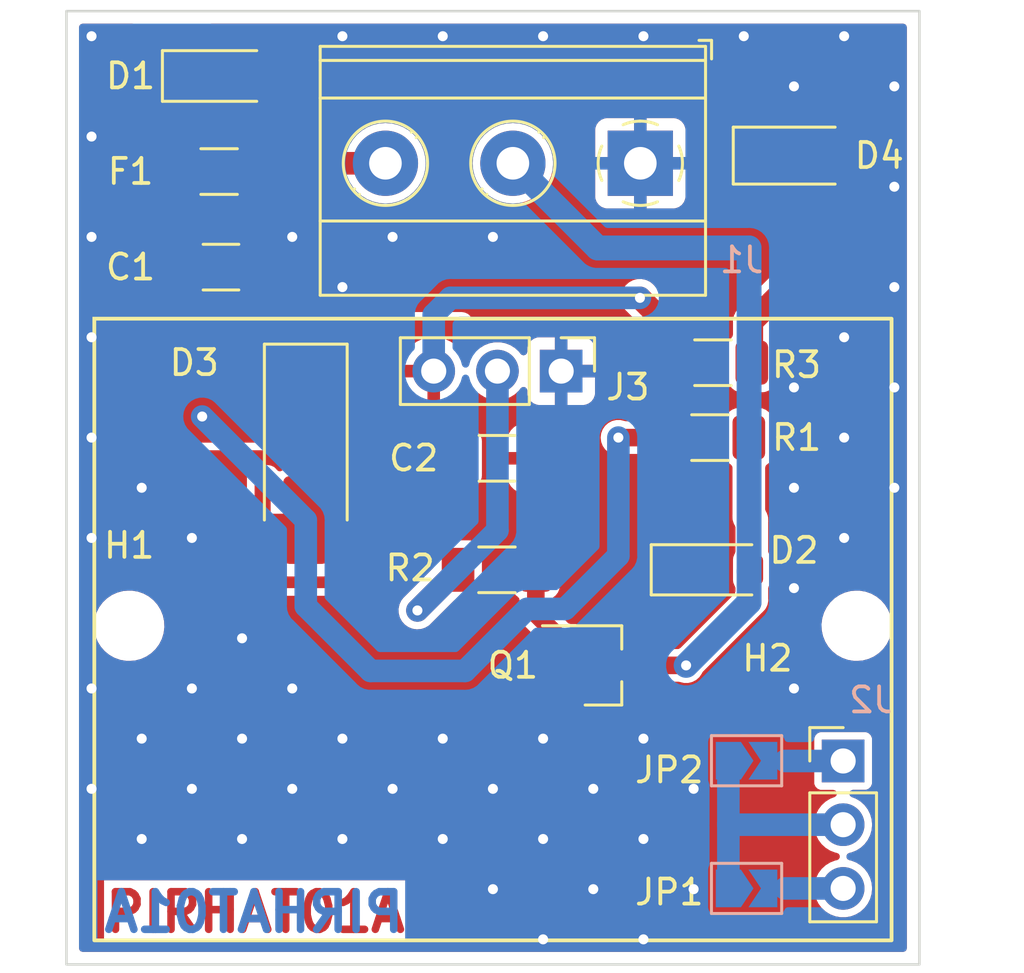
<source format=kicad_pcb>
(kicad_pcb (version 20221018) (generator pcbnew)
  (layers (0 "F.Cu" signal) (31 "B.Cu" signal) (34 "B.Paste" user) (35 "F.Paste" user) (36 "B.SilkS" user "B.Silkscreen") (37 "F.SilkS" user "F.Silkscreen") (38 "B.Mask" user) (39 "F.Mask" user) (44 "Edge.Cuts" user))
  (net 0 "")
  (net 1 "Net-(D1-A1)")
  (net 2 "GND")
  (net 3 "Net-(D3-A)")
  (net 4 "Net-(D2-A)")
  (net 5 "Net-(D4-A)")
  (net 6 "Net-(J1-Pin_3)")
  (net 7 "Net-(J2-Pin_1)")
  (net 8 "Net-(J2-Pin_2)")
  (net 9 "Net-(J2-Pin_3)")
  (net 10 "Net-(J3-Pin_2)")
  (net 11 "Net-(Q1-B)")
  (footprint "Diode_SMD:D_SOD-123" (layer "F.Cu") (at 145.67 128.27)
    (fp_text reference "D2" (at 3.33 -0.77) (layer "F.SilkS"))
    (fp_text value "1N5819HW")
    (fp_line (start -2.36 -1) (end -2.36 1) (stroke (width 0.12)) (layer "F.SilkS"))
    (fp_line (start -2.36 -1) (end 1.65 -1) (stroke (width 0.12)) (layer "F.SilkS"))
    (fp_line (start -2.36 1) (end 1.65 1) (stroke (width 0.12)) (layer "F.SilkS"))
    (pad "1" smd roundrect (at -1.65 0) (size 0.9 1.2) (layers "F.Cu" "F.Paste" "F.Mask") (net 1 "Net-(D1-A1)"))
    (pad "2" smd roundrect (at 1.65 0) (size 0.9 1.2) (layers "F.Cu" "F.Paste" "F.Mask") (net 4 "Net-(D2-A)"))
  )
  (footprint "Resistor_SMD:R_1206_3216Metric_Pad1.30x1.75mm_HandSolder" (layer "F.Cu") (at 145.65 123)
    (fp_text reference "R1" (at 3.455 0) (layer "F.SilkS"))
    (fp_text value "1k8")
    (fp_line (start -0.727064 -0.91) (end 0.727064 -0.91) (stroke (width 0.12)) (layer "F.SilkS"))
    (fp_line (start -0.727064 0.91) (end 0.727064 0.91) (stroke (width 0.12)) (layer "F.SilkS"))
    (pad "1" smd roundrect (at -1.55 0) (size 1.3 1.75) (layers "F.Cu" "F.Paste" "F.Mask") (roundrect_rratio 0.192308) (net 1 "Net-(D1-A1)"))
    (pad "2" smd roundrect (at 1.55 0) (size 1.3 1.75) (layers "F.Cu" "F.Paste" "F.Mask") (roundrect_rratio 0.192308) (net 4 "Net-(D2-A)"))
  )
  (footprint "Connector_PinHeader_2.54mm:PinHeader_1x03_P2.54mm_Vertical" (layer "F.Cu") (at 150.96 135.89)
    (fp_text reference "J2" (at 1.1 -2.43) (layer "B.SilkS") (effects (justify mirror)))
    (fp_text value "Conn_01x03")
    (fp_line (start -1.33 -1.33) (end 0 -1.33) (stroke (width 0.12)) (layer "F.SilkS"))
    (fp_line (start -1.33 0) (end -1.33 -1.33) (stroke (width 0.12)) (layer "F.SilkS"))
    (fp_line (start -1.33 1.27) (end -1.33 6.41) (stroke (width 0.12)) (layer "F.SilkS"))
    (fp_line (start -1.33 1.27) (end 1.33 1.27) (stroke (width 0.12)) (layer "F.SilkS"))
    (fp_line (start -1.33 6.41) (end 1.33 6.41) (stroke (width 0.12)) (layer "F.SilkS"))
    (fp_line (start 1.33 1.27) (end 1.33 6.41) (stroke (width 0.12)) (layer "F.SilkS"))
    (pad "1" thru_hole rect (at 0 0) (size 1.7 1.7) (drill 1) (layers "*.Cu" "*.Mask") (net 7 "Net-(J2-Pin_1)"))
    (pad "2" thru_hole oval (at 0 2.54) (size 1.7 1.7) (drill 1) (layers "*.Cu" "*.Mask") (net 8 "Net-(J2-Pin_2)"))
    (pad "3" thru_hole oval (at 0 5.08) (size 1.7 1.7) (drill 1) (layers "*.Cu" "*.Mask") (net 9 "Net-(J2-Pin_3)"))
  )
  (footprint "LED_SMD:LED_1206_3216Metric_Pad1.42x1.75mm_HandSolder" (layer "F.Cu") (at 149.04 111.76)
    (fp_text reference "D4" (at 3.36 0) (layer "F.SilkS"))
    (fp_text value "LED")
    (fp_line (start -2.46 -1.135) (end -2.46 1.135) (stroke (width 0.12)) (layer "F.SilkS"))
    (fp_line (start -2.46 1.135) (end 1.6 1.135) (stroke (width 0.12)) (layer "F.SilkS"))
    (fp_line (start 1.6 -1.135) (end -2.46 -1.135) (stroke (width 0.12)) (layer "F.SilkS"))
    (pad "1" smd roundrect (at -1.4875 0) (size 1.425 1.75) (layers "F.Cu" "F.Paste" "F.Mask") (roundrect_rratio 0.175439) (net 2 "GND"))
    (pad "2" smd roundrect (at 1.4875 0) (size 1.425 1.75) (layers "F.Cu" "F.Paste" "F.Mask") (roundrect_rratio 0.175439) (net 5 "Net-(D4-A)"))
  )
  (footprint "Connector_PinHeader_2.54mm:PinHeader_1x03_P2.54mm_Vertical" (layer "F.Cu") (at 139.72 120.35 -90)
    (fp_text reference "J3" (at 0.64 -2.66) (layer "F.SilkS"))
    (fp_text value "Conn_01x03")
    (fp_line (start -1.33 -1.33) (end 0 -1.33) (stroke (width 0.12)) (layer "F.SilkS"))
    (fp_line (start -1.33 0) (end -1.33 -1.33) (stroke (width 0.12)) (layer "F.SilkS"))
    (fp_line (start -1.33 1.27) (end -1.33 6.41) (stroke (width 0.12)) (layer "F.SilkS"))
    (fp_line (start -1.33 1.27) (end 1.33 1.27) (stroke (width 0.12)) (layer "F.SilkS"))
    (fp_line (start -1.33 6.41) (end 1.33 6.41) (stroke (width 0.12)) (layer "F.SilkS"))
    (fp_line (start 1.33 1.27) (end 1.33 6.41) (stroke (width 0.12)) (layer "F.SilkS"))
    (pad "1" thru_hole rect (at 0 0 270) (size 1.7 1.7) (drill 1) (layers "*.Cu" "*.Mask") (net 2 "GND"))
    (pad "2" thru_hole oval (at 0 2.54 270) (size 1.7 1.7) (drill 1) (layers "*.Cu" "*.Mask") (net 10 "Net-(J3-Pin_2)"))
    (pad "3" thru_hole oval (at 0 5.08 270) (size 1.7 1.7) (drill 1) (layers "*.Cu" "*.Mask") (net 3 "Net-(D3-A)"))
  )
  (footprint "Diode_SMD:D_SMF" (layer "F.Cu") (at 126.185 108.585)
    (fp_text reference "D1" (at -3.63 0) (layer "F.SilkS"))
    (fp_text value "SMF24A")
    (fp_line (start -2.36 -1.01) (end -2.36 1.01) (stroke (width 0.12)) (layer "F.SilkS"))
    (fp_line (start -2.36 -1.01) (end 1.4 -1.01) (stroke (width 0.12)) (layer "F.SilkS"))
    (fp_line (start -2.36 1.01) (end 1.4 1.01) (stroke (width 0.12)) (layer "F.SilkS"))
    (pad "1" smd roundrect (at -1.45 0) (size 1.3 1.4) (layers "F.Cu" "F.Paste" "F.Mask") (roundrect_rratio 0.1923076923) (net 1 "Net-(D1-A1)"))
    (pad "2" smd roundrect (at 1.45 0) (size 1.3 1.4) (layers "F.Cu" "F.Paste" "F.Mask") (roundrect_rratio 0.1923076923) (net 2 "GND"))
  )
  (footprint "MountingHole:MountingHole_2.2mm_M2" (layer "F.Cu") (at 122.5 130.5)
    (fp_text reference "H1" (at 0 -3.2) (layer "F.SilkS"))
    (fp_text value "MountingHole")
    (pad "" np_thru_hole circle (at 0 0) (size 2.2 2.2) (drill 2.2) (layers "*.Cu" "*.Mask"))
  )
  (footprint "Resistor_SMD:R_1206_3216Metric_Pad1.30x1.75mm_HandSolder" (layer "F.Cu") (at 137.16 128.27)
    (fp_text reference "R2" (at -3.46 -0.07) (layer "F.SilkS"))
    (fp_text value "1k8")
    (fp_line (start -0.727064 -0.91) (end 0.727064 -0.91) (stroke (width 0.12)) (layer "F.SilkS"))
    (fp_line (start -0.727064 0.91) (end 0.727064 0.91) (stroke (width 0.12)) (layer "F.SilkS"))
    (pad "1" smd roundrect (at -1.55 0) (size 1.3 1.75) (layers "F.Cu" "F.Paste" "F.Mask") (roundrect_rratio 0.192308) (net 10 "Net-(J3-Pin_2)"))
    (pad "2" smd roundrect (at 1.55 0) (size 1.3 1.75) (layers "F.Cu" "F.Paste" "F.Mask") (roundrect_rratio 0.192308) (net 11 "Net-(Q1-B)"))
  )
  (footprint "Package_TO_SOT_SMD:SOT-23_Handsoldering" (layer "F.Cu") (at 141.375 132.08)
    (fp_text reference "Q1" (at -3.58 0) (layer "F.SilkS"))
    (fp_text value "BC817")
    (fp_line (start 0.76 -1.58) (end -2.4 -1.58) (stroke (width 0.12)) (layer "F.SilkS"))
    (fp_line (start 0.76 -1.58) (end 0.76 -0.65) (stroke (width 0.12)) (layer "F.SilkS"))
    (fp_line (start 0.76 1.58) (end -0.7 1.58) (stroke (width 0.12)) (layer "F.SilkS"))
    (fp_line (start 0.76 1.58) (end 0.76 0.65) (stroke (width 0.12)) (layer "F.SilkS"))
    (pad "1" smd rect (at -1.5 -0.95) (size 1.9 0.8) (layers "F.Cu" "F.Paste" "F.Mask") (net 11 "Net-(Q1-B)"))
    (pad "2" smd rect (at -1.5 0.95) (size 1.9 0.8) (layers "F.Cu" "F.Paste" "F.Mask") (net 2 "GND"))
    (pad "3" smd rect (at 1.5 0) (size 1.9 0.8) (layers "F.Cu" "F.Paste" "F.Mask") (net 4 "Net-(D2-A)"))
  )
  (footprint "MountingHole:MountingHole_2.2mm_M2" (layer "F.Cu") (at 151.5 130.5)
    (fp_text reference "H2" (at -3.56 1.3) (layer "F.SilkS"))
    (fp_text value "MountingHole")
    (pad "" np_thru_hole circle (at 0 0) (size 2.2 2.2) (drill 2.2) (layers "*.Cu" "*.Mask"))
  )
  (footprint "Resistor_SMD:R_1206_3216Metric_Pad1.30x1.75mm_HandSolder" (layer "F.Cu") (at 126.085 112.395)
    (fp_text reference "F1" (at -3.53 0) (layer "F.SilkS"))
    (fp_text value "SN050-08")
    (fp_line (start -0.727064 -0.91) (end 0.727064 -0.91) (stroke (width 0.12)) (layer "F.SilkS"))
    (fp_line (start -0.727064 0.91) (end 0.727064 0.91) (stroke (width 0.12)) (layer "F.SilkS"))
    (pad "1" smd roundrect (at -1.55 0) (size 1.3 1.75) (layers "F.Cu" "F.Paste" "F.Mask") (roundrect_rratio 0.192308) (net 1 "Net-(D1-A1)"))
    (pad "2" smd roundrect (at 1.55 0) (size 1.3 1.75) (layers "F.Cu" "F.Paste" "F.Mask") (roundrect_rratio 0.192308) (net 6 "Net-(J1-Pin_3)"))
  )
  (footprint "Capacitor_SMD:C_1206_3216Metric" (layer "F.Cu") (at 126.16 116.205)
    (fp_text reference "C1" (at -3.605 0) (layer "F.SilkS"))
    (fp_text value "2u2")
    (fp_line (start -0.711252 -0.91) (end 0.711252 -0.91) (stroke (width 0.12)) (layer "F.SilkS"))
    (fp_line (start -0.711252 0.91) (end 0.711252 0.91) (stroke (width 0.12)) (layer "F.SilkS"))
    (pad "1" smd roundrect (at -1.475 0) (size 1.15 1.8) (layers "F.Cu" "F.Paste" "F.Mask") (roundrect_rratio 0.217391) (net 1 "Net-(D1-A1)"))
    (pad "2" smd roundrect (at 1.475 0) (size 1.15 1.8) (layers "F.Cu" "F.Paste" "F.Mask") (roundrect_rratio 0.217391) (net 2 "GND"))
  )
  (footprint "Resistor_SMD:R_1206_3216Metric_Pad1.30x1.75mm_HandSolder" (layer "F.Cu") (at 145.77 120.015 180)
    (fp_text reference "R3" (at -3.33 -0.085) (layer "F.SilkS"))
    (fp_text value "1k8")
    (fp_line (start -0.727064 -0.91) (end 0.727064 -0.91) (stroke (width 0.12)) (layer "F.SilkS"))
    (fp_line (start -0.727064 0.91) (end 0.727064 0.91) (stroke (width 0.12)) (layer "F.SilkS"))
    (pad "1" smd roundrect (at -1.55 0 180) (size 1.3 1.75) (layers "F.Cu" "F.Paste" "F.Mask") (roundrect_rratio 0.192308) (net 5 "Net-(D4-A)"))
    (pad "2" smd roundrect (at 1.55 0 180) (size 1.3 1.75) (layers "F.Cu" "F.Paste" "F.Mask") (roundrect_rratio 0.192308) (net 3 "Net-(D3-A)"))
  )
  (footprint "Capacitor_SMD:C_1206_3216Metric" (layer "F.Cu") (at 137.16 123.825)
    (fp_text reference "C2" (at -3.32 -0.005) (layer "F.SilkS"))
    (fp_text value "2u2")
    (fp_line (start -0.711252 -0.91) (end 0.711252 -0.91) (stroke (width 0.12)) (layer "F.SilkS"))
    (fp_line (start -0.711252 0.91) (end 0.711252 0.91) (stroke (width 0.12)) (layer "F.SilkS"))
    (pad "1" smd roundrect (at -1.475 0) (size 1.15 1.8) (layers "F.Cu" "F.Paste" "F.Mask") (roundrect_rratio 0.217391) (net 3 "Net-(D3-A)"))
    (pad "2" smd roundrect (at 1.475 0) (size 1.15 1.8) (layers "F.Cu" "F.Paste" "F.Mask") (roundrect_rratio 0.217391) (net 2 "GND"))
  )
  (footprint "TerminalBlock_Phoenix:TerminalBlock_Phoenix_MKDS-1,5-3-5.08_1x03_P5.08mm_Horizontal" (layer "F.Cu") (at 142.875 112.065 180)
    (fp_text reference "J1" (at -4.035 -3.855) (layer "B.SilkS") (effects (justify mirror)))
    (fp_text value "Screw_Terminal_01x03")
    (fp_line (start -2.84 4.16) (end -2.84 4.9) (stroke (width 0.12)) (layer "F.SilkS"))
    (fp_line (start -2.84 4.9) (end -2.34 4.9) (stroke (width 0.12)) (layer "F.SilkS"))
    (fp_line (start -2.6 -5.261) (end -2.6 4.66) (stroke (width 0.12)) (layer "F.SilkS"))
    (fp_line (start -2.6 -5.261) (end 12.76 -5.261) (stroke (width 0.12)) (layer "F.SilkS"))
    (fp_line (start -2.6 -2.301) (end 12.76 -2.301) (stroke (width 0.12)) (layer "F.SilkS"))
    (fp_line (start -2.6 2.6) (end 12.76 2.6) (stroke (width 0.12)) (layer "F.SilkS"))
    (fp_line (start -2.6 4.1) (end 12.76 4.1) (stroke (width 0.12)) (layer "F.SilkS"))
    (fp_line (start -2.6 4.66) (end 12.76 4.66) (stroke (width 0.12)) (layer "F.SilkS"))
    (fp_line (start 3.853 1.023) (end 3.806 1.069) (stroke (width 0.12)) (layer "F.SilkS"))
    (fp_line (start 4.046 1.239) (end 4.011 1.274) (stroke (width 0.12)) (layer "F.SilkS"))
    (fp_line (start 6.15 -1.275) (end 6.115 -1.239) (stroke (width 0.12)) (layer "F.SilkS"))
    (fp_line (start 6.355 -1.069) (end 6.308 -1.023) (stroke (width 0.12)) (layer "F.SilkS"))
    (fp_line (start 8.933 1.023) (end 8.886 1.069) (stroke (width 0.12)) (layer "F.SilkS"))
    (fp_line (start 9.126 1.239) (end 9.091 1.274) (stroke (width 0.12)) (layer "F.SilkS"))
    (fp_line (start 11.23 -1.275) (end 11.195 -1.239) (stroke (width 0.12)) (layer "F.SilkS"))
    (fp_line (start 11.435 -1.069) (end 11.388 -1.023) (stroke (width 0.12)) (layer "F.SilkS"))
    (fp_line (start 12.76 -5.261) (end 12.76 4.66) (stroke (width 0.12)) (layer "F.SilkS"))
    (fp_arc (start -1.535427 0.683042) (mid -1.680501 -0.000524) (end -1.535 -0.684) (stroke (width 0.12)) (layer "F.SilkS"))
    (fp_arc (start -0.683042 -1.535427) (mid 0.000524 -1.680501) (end 0.684 -1.535) (stroke (width 0.12)) (layer "F.SilkS"))
    (fp_arc (start 0.028805 1.680253) (mid -0.335551 1.646659) (end -0.684 1.535) (stroke (width 0.12)) (layer "F.SilkS"))
    (fp_arc (start 0.683318 1.534756) (mid 0.349292 1.643288) (end 0 1.68) (stroke (width 0.12)) (layer "F.SilkS"))
    (fp_arc (start 1.535427 -0.683042) (mid 1.680501 0.000524) (end 1.535 0.684) (stroke (width 0.12)) (layer "F.SilkS"))
    (fp_circle (center 5.08 0) (end 6.76 0) (stroke (width 0.12)) (fill none) (layer "F.SilkS"))
    (fp_circle (center 10.16 0) (end 11.84 0) (stroke (width 0.12)) (fill none) (layer "F.SilkS"))
    (pad "1" thru_hole rect (at 0 0 180) (size 2.6 2.6) (drill 1.3) (layers "*.Cu" "*.Mask") (net 2 "GND"))
    (pad "2" thru_hole circle (at 5.08 0 180) (size 2.6 2.6) (drill 1.3) (layers "*.Cu" "*.Mask") (net 4 "Net-(D2-A)"))
    (pad "3" thru_hole circle (at 10.16 0 180) (size 2.6 2.6) (drill 1.3) (layers "*.Cu" "*.Mask") (net 6 "Net-(J1-Pin_3)"))
  )
  (footprint "Diode_SMD:D_SMA_Handsoldering" (layer "F.Cu") (at 129.54 123.785 -90)
    (fp_text reference "D3" (at -3.77 4.445) (layer "F.SilkS"))
    (fp_text value "SMA2EZ6.B")
    (fp_line (start -4.51 -1.65) (end -4.51 1.65) (stroke (width 0.12)) (layer "F.SilkS"))
    (fp_line (start -4.51 -1.65) (end 2.5 -1.65) (stroke (width 0.12)) (layer "F.SilkS"))
    (fp_line (start -4.51 1.65) (end 2.5 1.65) (stroke (width 0.12)) (layer "F.SilkS"))
    (pad "1" smd roundrect (at -2.5 0 270) (size 3.5 1.8) (layers "F.Cu" "F.Paste" "F.Mask") (roundrect_rratio 0.1388888889) (net 1 "Net-(D1-A1)"))
    (pad "2" smd roundrect (at 2.5 0 270) (size 3.5 1.8) (layers "F.Cu" "F.Paste" "F.Mask") (roundrect_rratio 0.1388888889) (net 3 "Net-(D3-A)"))
  )
  (footprint "Jumper:SolderJumper-2_P1.3mm_Open_TrianglePad1.0x1.5mm" (layer "B.Cu") (at 147.11 140.97)
    (fp_text reference "JP1" (at -3.08 0.15 -360) (layer "F.SilkS"))
    (fp_text value "SolderJumper_2_Open")
    (fp_line (start -1.4 -1) (end -1.4 1) (stroke (width 0.12)) (layer "B.SilkS"))
    (fp_line (start -1.4 1) (end 1.4 1) (stroke (width 0.12)) (layer "B.SilkS"))
    (fp_line (start 1.4 -1) (end -1.4 -1) (stroke (width 0.12)) (layer "B.SilkS"))
    (fp_line (start 1.4 1) (end 1.4 -1) (stroke (width 0.12)) (layer "B.SilkS"))
    (pad "1" smd custom (at -0.725 0) (size 0.3 0.3) (layers "B.Cu" "B.Mask") (net 8 "Net-(J2-Pin_2)") (options (clearance outline) (anchor rect)) (primitives (gr_poly (pts (xy 1 0) (xy 0.5 -0.75) (xy -0.5 -0.75) (xy -0.5 0.75) (xy 0.5 0.75)) (width 0) (fill yes))))
    (pad "2" smd custom (at 0.725 0) (size 0.3 0.3) (layers "B.Cu" "B.Mask") (net 9 "Net-(J2-Pin_3)") (options (clearance outline) (anchor rect)) (primitives (gr_poly (pts (xy 0.5 -0.75) (xy -0.65 -0.75) (xy -0.15 0) (xy -0.65 0.75) (xy 0.5 0.75)) (width 0) (fill yes))))
  )
  (footprint "Jumper:SolderJumper-2_P1.3mm_Open_TrianglePad1.0x1.5mm" (layer "B.Cu") (at 147.11 135.88)
    (fp_text reference "JP2" (at -3.08 0.37 -360) (layer "F.SilkS"))
    (fp_text value "SolderJumper_2_Open")
    (fp_line (start -1.4 -1) (end -1.4 1) (stroke (width 0.12)) (layer "B.SilkS"))
    (fp_line (start -1.4 1) (end 1.4 1) (stroke (width 0.12)) (layer "B.SilkS"))
    (fp_line (start 1.4 -1) (end -1.4 -1) (stroke (width 0.12)) (layer "B.SilkS"))
    (fp_line (start 1.4 1) (end 1.4 -1) (stroke (width 0.12)) (layer "B.SilkS"))
    (pad "1" smd custom (at -0.725 0) (size 0.3 0.3) (layers "B.Cu" "B.Mask") (net 8 "Net-(J2-Pin_2)") (options (clearance outline) (anchor rect)) (primitives (gr_poly (pts (xy 1 0) (xy 0.5 -0.75) (xy -0.5 -0.75) (xy -0.5 0.75) (xy 0.5 0.75)) (width 0) (fill yes))))
    (pad "2" smd custom (at 0.725 0) (size 0.3 0.3) (layers "B.Cu" "B.Mask") (net 7 "Net-(J2-Pin_1)") (options (clearance outline) (anchor rect)) (primitives (gr_poly (pts (xy 0.5 -0.75) (xy -0.65 -0.75) (xy -0.15 0) (xy -0.65 0.75) (xy 0.5 0.75)) (width 0) (fill yes))))
  )
  (gr_rect (start 121.11 118.26) (end 152.89 143.04) (stroke (width 0.15)) (fill none) (layer "F.SilkS"))
  (gr_rect (start 120 106) (end 154 144) (stroke (width 0.1)) (fill none) (layer "Edge.Cuts"))
  (gr_text "PIRHAT01A\n" (at 121.4 142.8) (layer "F.Cu") (effects (font (size 1.5 1.5) (thickness 0.3) bold) (justify left bottom)))
  (gr_text "PIRHAT01A" (at 133.6 142.8) (layer "B.Cu") (effects (font (size 1.5 1.5) (thickness 0.3) bold) (justify left bottom mirror)))
  (segment (start 144.1 123) (end 142 123) (width 0.7) (layer "F.Cu") (net 1))
  (segment (start 144.02 128.27) (end 144.02 125.81) (width 0.7) (layer "F.Cu") (net 1))
  (segment (start 144.02 125.81) (end 144.1 125.73) (width 0.7) (layer "F.Cu") (net 1))
  (segment (start 144.1 125.73) (end 144.1 123) (width 0.7) (layer "F.Cu") (net 1))
  (via (at 125.41 122.16) (size 0.8) (drill 0.4) (layers "F.Cu" "B.Cu") (net 1))
  (via (at 142 123) (size 0.8) (drill 0.4) (layers "F.Cu" "B.Cu") (net 1))
  (segment (start 139.88 129.83) (end 138.36 129.83) (width 0.9) (layer "B.Cu") (net 1))
  (segment (start 138.36 129.83) (end 135.89 132.3) (width 0.9) (layer "B.Cu") (net 1))
  (segment (start 129.54 129.72) (end 129.54 126.29) (width 0.9) (layer "B.Cu") (net 1))
  (segment (start 129.54 126.29) (end 125.41 122.16) (width 0.9) (layer "B.Cu") (net 1))
  (segment (start 142 123) (end 142 127.71) (width 0.9) (layer "B.Cu") (net 1))
  (segment (start 135.89 132.3) (end 132.12 132.3) (width 0.9) (layer "B.Cu") (net 1))
  (segment (start 142 127.71) (end 139.88 129.83) (width 0.9) (layer "B.Cu") (net 1))
  (segment (start 132.12 132.3) (end 129.54 129.72) (width 0.9) (layer "B.Cu") (net 1))
  (via (at 123 135) (size 0.8) (drill 0.4) (layers "F.Cu" "B.Cu") (net 2))
  (via (at 121 107) (size 0.8) (drill 0.4) (layers "F.Cu" "B.Cu") (net 2))
  (via (at 143 107) (size 0.8) (drill 0.4) (layers "F.Cu" "B.Cu") (net 2))
  (via (at 125 133) (size 0.8) (drill 0.4) (layers "F.Cu" "B.Cu") (net 2))
  (via (at 125 137) (size 0.8) (drill 0.4) (layers "F.Cu" "B.Cu") (net 2))
  (via (at 137 137) (size 0.8) (drill 0.4) (layers "F.Cu" "B.Cu") (net 2))
  (via (at 145 141) (size 0.8) (drill 0.4) (layers "F.Cu" "B.Cu") (net 2))
  (via (at 121 123) (size 0.8) (drill 0.4) (layers "F.Cu" "B.Cu") (net 2))
  (via (at 153 109) (size 0.8) (drill 0.4) (layers "F.Cu" "B.Cu") (net 2))
  (via (at 121 133) (size 0.8) (drill 0.4) (layers "F.Cu" "B.Cu") (net 2))
  (via (at 139 135) (size 0.8) (drill 0.4) (layers "F.Cu" "B.Cu") (net 2))
  (via (at 129 115) (size 0.8) (drill 0.4) (layers "F.Cu" "B.Cu") (net 2))
  (via (at 131 135) (size 0.8) (drill 0.4) (layers "F.Cu" "B.Cu") (net 2))
  (via (at 121 115) (size 0.8) (drill 0.4) (layers "F.Cu" "B.Cu") (net 2))
  (via (at 131 139) (size 0.8) (drill 0.4) (layers "F.Cu" "B.Cu") (net 2))
  (via (at 153 121) (size 0.8) (drill 0.4) (layers "F.Cu" "B.Cu") (net 2))
  (via (at 127 131) (size 0.8) (drill 0.4) (layers "F.Cu" "B.Cu") (net 2))
  (via (at 147 107) (size 0.8) (drill 0.4) (layers "F.Cu" "B.Cu") (net 2))
  (via (at 151 119) (size 0.8) (drill 0.4) (layers "F.Cu" "B.Cu") (net 2))
  (via (at 129 133) (size 0.8) (drill 0.4) (layers "F.Cu" "B.Cu") (net 2))
  (via (at 149 121) (size 0.8) (drill 0.4) (layers "F.Cu" "B.Cu") (net 2))
  (via (at 123 125) (size 0.8) (drill 0.4) (layers "F.Cu" "B.Cu") (net 2))
  (via (at 145 137) (size 0.8) (drill 0.4) (layers "F.Cu" "B.Cu") (net 2))
  (via (at 135 139) (size 0.8) (drill 0.4) (layers "F.Cu" "B.Cu") (net 2))
  (via (at 135 107) (size 0.8) (drill 0.4) (layers "F.Cu" "B.Cu") (net 2))
  (via (at 143 139) (size 0.8) (drill 0.4) (layers "F.Cu" "B.Cu") (net 2))
  (via (at 121 111) (size 0.8) (drill 0.4) (layers "F.Cu" "B.Cu") (net 2))
  (via (at 151 107) (size 0.8) (drill 0.4) (layers "F.Cu" "B.Cu") (net 2))
  (via (at 153 117) (size 0.8) (drill 0.4) (layers "F.Cu" "B.Cu") (net 2))
  (via (at 149 129) (size 0.8) (drill 0.4) (layers "F.Cu" "B.Cu") (net 2))
  (via (at 151 123) (size 0.8) (drill 0.4) (layers "F.Cu" "B.Cu") (net 2))
  (via (at 129 137) (size 0.8) (drill 0.4) (layers "F.Cu" "B.Cu") (net 2))
  (via (at 149 125) (size 0.8) (drill 0.4) (layers "F.Cu" "B.Cu") (net 2))
  (via (at 139 143) (size 0.8) (drill 0.4) (layers "F.Cu" "B.Cu") (net 2))
  (via (at 133 115) (size 0.8) (drill 0.4) (layers "F.Cu" "B.Cu") (net 2))
  (via (at 149 133) (size 0.8) (drill 0.4) (layers "F.Cu" "B.Cu") (net 2))
  (via (at 121 119) (size 0.8) (drill 0.4) (layers "F.Cu" "B.Cu") (net 2))
  (via (at 153 113) (size 0.8) (drill 0.4) (layers "F.Cu" "B.Cu") (net 2))
  (via (at 131 117) (size 0.8) (drill 0.4) (layers "F.Cu" "B.Cu") (net 2))
  (via (at 131 107) (size 0.8) (drill 0.4) (layers "F.Cu" "B.Cu") (net 2))
  (via (at 135 135) (size 0.8) (drill 0.4) (layers "F.Cu" "B.Cu") (net 2))
  (via (at 121 137) (size 0.8) (drill 0.4) (layers "F.Cu" "B.Cu") (net 2))
  (via (at 153 125) (size 0.8) (drill 0.4) (layers "F.Cu" "B.Cu") (net 2))
  (via (at 133 137) (size 0.8) (drill 0.4) (layers "F.Cu" "B.Cu") (net 2))
  (via (at 125 127) (size 0.8) (drill 0.4) (layers "F.Cu" "B.Cu") (net 2))
  (via (at 141 141) (size 0.8) (drill 0.4) (layers "F.Cu" "B.Cu") (net 2))
  (via (at 151 127) (size 0.8) (drill 0.4) (layers "F.Cu" "B.Cu") (net 2))
  (via (at 143 143) (size 0.8) (drill 0.4) (layers "F.Cu" "B.Cu") (net 2))
  (via (at 127 139) (size 0.8) (drill 0.4) (layers "F.Cu" "B.Cu") (net 2))
  (via (at 149 109) (size 0.8) (drill 0.4) (layers "F.Cu" "B.Cu") (net 2))
  (via (at 139 107) (size 0.8) (drill 0.4) (layers "F.Cu" "B.Cu") (net 2))
  (via (at 143 135) (size 0.8) (drill 0.4) (layers "F.Cu" "B.Cu") (net 2))
  (via (at 137 115) (size 0.8) (drill 0.4) (layers "F.Cu" "B.Cu") (net 2))
  (via (at 141 137) (size 0.8) (drill 0.4) (layers "F.Cu" "B.Cu") (net 2))
  (via (at 137 141) (size 0.8) (drill 0.4) (layers "F.Cu" "B.Cu") (net 2))
  (via (at 127 135) (size 0.8) (drill 0.4) (layers "F.Cu" "B.Cu") (net 2))
  (via (at 123 139) (size 0.8) (drill 0.4) (layers "F.Cu" "B.Cu") (net 2))
  (via (at 121 127) (size 0.8) (drill 0.4) (layers "F.Cu" "B.Cu") (net 2))
  (via (at 139 139) (size 0.8) (drill 0.4) (layers "F.Cu" "B.Cu") (net 2))
  (segment (start 144.22 120.015) (end 144.22 118.79) (width 0.9) (layer "F.Cu") (net 3))
  (segment (start 144.22 118.79) (end 142.86 117.43) (width 0.9) (layer "F.Cu") (net 3))
  (via (at 142.86 117.43) (size 0.8) (drill 0.4) (layers "F.Cu" "B.Cu") (net 3))
  (segment (start 134.64 118.1) (end 134.64 120.35) (width 0.9) (layer "B.Cu") (net 3))
  (segment (start 135.31 117.43) (end 134.64 118.1) (width 0.9) (layer "B.Cu") (net 3))
  (segment (start 142.86 117.43) (end 135.31 117.43) (width 0.9) (layer "B.Cu") (net 3))
  (segment (start 147.2 126.16) (end 147.2 123) (width 0.7) (layer "F.Cu") (net 4))
  (segment (start 147.32 126.28) (end 147.2 126.16) (width 0.7) (layer "F.Cu") (net 4))
  (segment (start 147.32 128.27) (end 147.32 129.46) (width 0.7) (layer "F.Cu") (net 4))
  (segment (start 147.32 129.46) (end 144.7 132.08) (width 0.7) (layer "F.Cu") (net 4))
  (segment (start 147.32 128.27) (end 147.32 126.28) (width 0.7) (layer "F.Cu") (net 4))
  (segment (start 144.7 132.08) (end 142.875 132.08) (width 0.7) (layer "F.Cu") (net 4))
  (via (at 144.7 132.08) (size 0.8) (drill 0.4) (layers "F.Cu" "B.Cu") (net 4))
  (segment (start 147.21 123.04) (end 147.21 128.33) (width 0.99) (layer "B.Cu") (net 4))
  (segment (start 137.795 112.065) (end 141.17 115.44) (width 0.99) (layer "B.Cu") (net 4))
  (segment (start 141.17 115.44) (end 147.21 115.44) (width 0.99) (layer "B.Cu") (net 4))
  (segment (start 147.21 129.57) (end 144.7 132.08) (width 0.99) (layer "B.Cu") (net 4))
  (segment (start 147.21 128.33) (end 147.21 129.57) (width 0.99) (layer "B.Cu") (net 4))
  (segment (start 147.21 115.44) (end 147.21 123.04) (width 0.99) (layer "B.Cu") (net 4))
  (segment (start 150.5275 115.1775) (end 150.5275 111.76) (width 0.9) (layer "F.Cu") (net 5))
  (segment (start 147.32 120.015) (end 147.32 118.39) (width 0.9) (layer "F.Cu") (net 5))
  (segment (start 147.32 118.39) (end 150.53 115.18) (width 0.9) (layer "F.Cu") (net 5))
  (segment (start 150.53 115.18) (end 150.5275 115.1775) (width 0.9) (layer "F.Cu") (net 5))
  (segment (start 127.635 112.395) (end 127.64 112.4) (width 0.9) (layer "F.Cu") (net 6))
  (segment (start 129.07 112.4) (end 129.405 112.065) (width 0.9) (layer "F.Cu") (net 6))
  (segment (start 129.405 112.065) (end 132.715 112.065) (width 0.9) (layer "F.Cu") (net 6))
  (segment (start 127.64 112.4) (end 129.07 112.4) (width 0.9) (layer "F.Cu") (net 6))
  (segment (start 150.96 135.89) (end 148.64 135.89) (width 0.9) (layer "B.Cu") (net 7))
  (segment (start 148.63 135.88) (end 148.64 135.89) (width 0.3) (layer "B.Cu") (net 7))
  (segment (start 147.835 135.88) (end 148.63 135.88) (width 0.3) (layer "B.Cu") (net 7))
  (segment (start 146.385 138.43) (end 146.385 140.97) (width 0.9) (layer "B.Cu") (net 8))
  (segment (start 150.96 138.43) (end 146.385 138.43) (width 0.9) (layer "B.Cu") (net 8))
  (segment (start 146.385 135.88) (end 146.385 138.43) (width 0.9) (layer "B.Cu") (net 8))
  (segment (start 150.96 140.97) (end 148.64 140.97) (width 0.9) (layer "B.Cu") (net 9))
  (segment (start 147.835 140.97) (end 148.64 140.97) (width 0.3) (layer "B.Cu") (net 9))
  (segment (start 135.61 128.27) (end 133.99 129.89) (width 0.9) (layer "F.Cu") (net 10))
  (via (at 133.99 129.89) (size 0.8) (drill 0.4) (layers "F.Cu" "B.Cu") (net 10))
  (segment (start 133.99 129.89) (end 137.18 126.7) (width 0.9) (layer "B.Cu") (net 10))
  (segment (start 137.18 126.7) (end 137.18 120.35) (width 0.9) (layer "B.Cu") (net 10))
  (segment (start 138.71 130.03) (end 138.71 128.27) (width 0.7) (layer "F.Cu") (net 11))
  (segment (start 139.81 131.13) (end 138.71 130.03) (width 0.7) (layer "F.Cu") (net 11))
  (segment (start 139.875 131.13) (end 139.81 131.13) (width 0.7) (layer "F.Cu") (net 11))
  (zone (net 3) (net_name "Net-(D3-A)") (layer "F.Cu") (name "GND") (priority 3) (connect_pads (clearance 0.3)) (min_thickness 0.3) (fill yes (thermal_gap 0.5) (thermal_bridge_width 0.5) (island_removal_mode 1) (island_area_min 10))
    (polygon (pts (xy 127.5 124.4) (xy 132.7 124.4) (xy 132.7 118.3) (xy 135.9 118.3) (xy 135.9 125.3) (xy 134.6 125.3) (xy 131.8 129) (xy 127.5 129)))
  )
  (zone (net 2) (net_name "GND") (layer "F.Cu") (name "GND") (connect_pads (clearance 0.3)) (min_thickness 0.3) (fill yes (thermal_gap 0.5) (thermal_bridge_width 0.5))
    (polygon (pts (xy 120.5 106.5) (xy 153.5 106.5) (xy 153.5 143.5) (xy 120.5 143.5)))
  )
  (zone (net 1) (net_name "Net-(D1-A1)") (layer "F.Cu") (name "GND") (priority 2) (connect_pads (clearance 0.3)) (min_thickness 0.3) (fill yes (thermal_gap 0.5) (thermal_bridge_width 0.5) (island_removal_mode 1) (island_area_min 10))
    (polygon (pts (xy 125.6 107) (xy 122.8 107) (xy 122.8 123.2) (xy 131.5 123.2) (xy 131.5 118.3) (xy 125.6 118.3)))
  )
  (zone (net 2) (net_name "GND") (layer "B.Cu") (name "GND") (priority 1) (connect_pads (clearance 0.3)) (min_thickness 0.3) (fill yes (thermal_gap 0.5) (thermal_bridge_width 0.5))
    (polygon (pts (xy 120.5 106.5) (xy 153.5 106.5) (xy 153.5 143.5) (xy 120.5 143.5)))
  )
)
</source>
